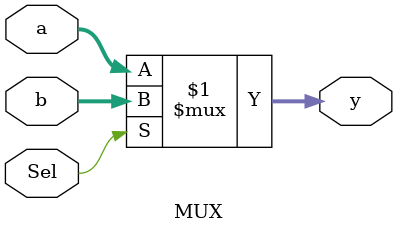
<source format=sv>
`timescale 1ns / 1ps


module MUX #(parameter N = 32)(input [N-1:0]a,b,
                               input Sel,
                               output [N-1:0] y
                                );
//assign y = (~Sel&a) | (Sel&b);
assign y = Sel ? b:a;             
endmodule

</source>
